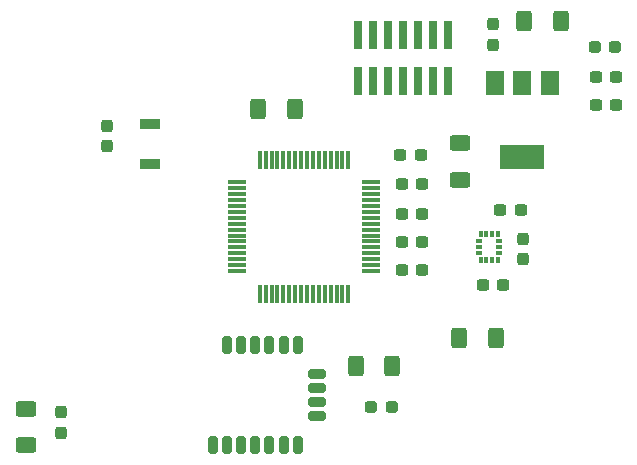
<source format=gbr>
%TF.GenerationSoftware,KiCad,Pcbnew,(7.0.0)*%
%TF.CreationDate,2023-10-25T22:20:09+02:00*%
%TF.ProjectId,ProjetA,50726f6a-6574-4412-9e6b-696361645f70,rev?*%
%TF.SameCoordinates,Original*%
%TF.FileFunction,Paste,Top*%
%TF.FilePolarity,Positive*%
%FSLAX46Y46*%
G04 Gerber Fmt 4.6, Leading zero omitted, Abs format (unit mm)*
G04 Created by KiCad (PCBNEW (7.0.0)) date 2023-10-25 22:20:09*
%MOMM*%
%LPD*%
G01*
G04 APERTURE LIST*
G04 Aperture macros list*
%AMRoundRect*
0 Rectangle with rounded corners*
0 $1 Rounding radius*
0 $2 $3 $4 $5 $6 $7 $8 $9 X,Y pos of 4 corners*
0 Add a 4 corners polygon primitive as box body*
4,1,4,$2,$3,$4,$5,$6,$7,$8,$9,$2,$3,0*
0 Add four circle primitives for the rounded corners*
1,1,$1+$1,$2,$3*
1,1,$1+$1,$4,$5*
1,1,$1+$1,$6,$7*
1,1,$1+$1,$8,$9*
0 Add four rect primitives between the rounded corners*
20,1,$1+$1,$2,$3,$4,$5,0*
20,1,$1+$1,$4,$5,$6,$7,0*
20,1,$1+$1,$6,$7,$8,$9,0*
20,1,$1+$1,$8,$9,$2,$3,0*%
G04 Aperture macros list end*
%ADD10RoundRect,0.250000X0.400000X0.625000X-0.400000X0.625000X-0.400000X-0.625000X0.400000X-0.625000X0*%
%ADD11RoundRect,0.237500X-0.237500X0.300000X-0.237500X-0.300000X0.237500X-0.300000X0.237500X0.300000X0*%
%ADD12RoundRect,0.237500X-0.237500X0.287500X-0.237500X-0.287500X0.237500X-0.287500X0.237500X0.287500X0*%
%ADD13RoundRect,0.237500X-0.300000X-0.237500X0.300000X-0.237500X0.300000X0.237500X-0.300000X0.237500X0*%
%ADD14RoundRect,0.237500X-0.287500X-0.237500X0.287500X-0.237500X0.287500X0.237500X-0.287500X0.237500X0*%
%ADD15RoundRect,0.237500X0.300000X0.237500X-0.300000X0.237500X-0.300000X-0.237500X0.300000X-0.237500X0*%
%ADD16RoundRect,0.237500X0.237500X-0.300000X0.237500X0.300000X-0.237500X0.300000X-0.237500X-0.300000X0*%
%ADD17RoundRect,0.075000X-0.700000X-0.075000X0.700000X-0.075000X0.700000X0.075000X-0.700000X0.075000X0*%
%ADD18RoundRect,0.075000X-0.075000X-0.700000X0.075000X-0.700000X0.075000X0.700000X-0.075000X0.700000X0*%
%ADD19RoundRect,0.087500X0.087500X-0.200000X0.087500X0.200000X-0.087500X0.200000X-0.087500X-0.200000X0*%
%ADD20RoundRect,0.087500X0.200000X-0.087500X0.200000X0.087500X-0.200000X0.087500X-0.200000X-0.087500X0*%
%ADD21R,0.740000X2.400000*%
%ADD22RoundRect,0.200000X0.200000X0.550000X-0.200000X0.550000X-0.200000X-0.550000X0.200000X-0.550000X0*%
%ADD23RoundRect,0.200000X0.550000X-0.200000X0.550000X0.200000X-0.550000X0.200000X-0.550000X-0.200000X0*%
%ADD24RoundRect,0.237500X0.287500X0.237500X-0.287500X0.237500X-0.287500X-0.237500X0.287500X-0.237500X0*%
%ADD25RoundRect,0.250000X-0.625000X0.400000X-0.625000X-0.400000X0.625000X-0.400000X0.625000X0.400000X0*%
%ADD26R,1.700000X0.900000*%
%ADD27R,1.500000X2.000000*%
%ADD28R,3.800000X2.000000*%
G04 APERTURE END LIST*
D10*
%TO.C,R1*%
X137325000Y-57300000D03*
X134225000Y-57300000D03*
%TD*%
D11*
%TO.C,C3*%
X98900000Y-66137500D03*
X98900000Y-67862500D03*
%TD*%
D10*
%TO.C,R6*%
X123050000Y-86500000D03*
X119950000Y-86500000D03*
%TD*%
D12*
%TO.C,D2*%
X95000000Y-90400000D03*
X95000000Y-92150000D03*
%TD*%
D13*
%TO.C,C9*%
X123737500Y-68600000D03*
X125462500Y-68600000D03*
%TD*%
D14*
%TO.C,D1*%
X140200000Y-59512500D03*
X141950000Y-59512500D03*
%TD*%
D13*
%TO.C,C11*%
X132200000Y-73300000D03*
X133925000Y-73300000D03*
%TD*%
D15*
%TO.C,C8*%
X125600000Y-71100000D03*
X123875000Y-71100000D03*
%TD*%
D16*
%TO.C,C12*%
X134125000Y-77425000D03*
X134125000Y-75700000D03*
%TD*%
D13*
%TO.C,C10*%
X130725000Y-79600000D03*
X132450000Y-79600000D03*
%TD*%
D11*
%TO.C,C1*%
X131575000Y-57575000D03*
X131575000Y-59300000D03*
%TD*%
D13*
%TO.C,C2*%
X140275000Y-62000000D03*
X142000000Y-62000000D03*
%TD*%
D15*
%TO.C,C4*%
X142000000Y-64400000D03*
X140275000Y-64400000D03*
%TD*%
D17*
%TO.C,U2*%
X109905000Y-70950000D03*
X109905000Y-71450000D03*
X109905000Y-71950000D03*
X109905000Y-72450000D03*
X109905000Y-72950000D03*
X109905000Y-73450000D03*
X109905000Y-73950000D03*
X109905000Y-74450000D03*
X109905000Y-74950000D03*
X109905000Y-75450000D03*
X109905000Y-75950000D03*
X109905000Y-76450000D03*
X109905000Y-76950000D03*
X109905000Y-77450000D03*
X109905000Y-77950000D03*
X109905000Y-78450000D03*
D18*
X111830000Y-80375000D03*
X112330000Y-80375000D03*
X112830000Y-80375000D03*
X113330000Y-80375000D03*
X113830000Y-80375000D03*
X114330000Y-80375000D03*
X114830000Y-80375000D03*
X115330000Y-80375000D03*
X115830000Y-80375000D03*
X116330000Y-80375000D03*
X116830000Y-80375000D03*
X117330000Y-80375000D03*
X117830000Y-80375000D03*
X118330000Y-80375000D03*
X118830000Y-80375000D03*
X119330000Y-80375000D03*
D17*
X121255000Y-78450000D03*
X121255000Y-77950000D03*
X121255000Y-77450000D03*
X121255000Y-76950000D03*
X121255000Y-76450000D03*
X121255000Y-75950000D03*
X121255000Y-75450000D03*
X121255000Y-74950000D03*
X121255000Y-74450000D03*
X121255000Y-73950000D03*
X121255000Y-73450000D03*
X121255000Y-72950000D03*
X121255000Y-72450000D03*
X121255000Y-71950000D03*
X121255000Y-71450000D03*
X121255000Y-70950000D03*
D18*
X119330000Y-69025000D03*
X118830000Y-69025000D03*
X118330000Y-69025000D03*
X117830000Y-69025000D03*
X117330000Y-69025000D03*
X116830000Y-69025000D03*
X116330000Y-69025000D03*
X115830000Y-69025000D03*
X115330000Y-69025000D03*
X114830000Y-69025000D03*
X114330000Y-69025000D03*
X113830000Y-69025000D03*
X113330000Y-69025000D03*
X112830000Y-69025000D03*
X112330000Y-69025000D03*
X111830000Y-69025000D03*
%TD*%
D19*
%TO.C,U4*%
X130525000Y-77500000D03*
X131025000Y-77500000D03*
X131525000Y-77500000D03*
X132025000Y-77500000D03*
D20*
X132125000Y-76900000D03*
X132125000Y-76400000D03*
X132125000Y-75900000D03*
D19*
X132025000Y-75300000D03*
X131525000Y-75300000D03*
X131025000Y-75300000D03*
X130525000Y-75300000D03*
D20*
X130425000Y-75900000D03*
X130425000Y-76400000D03*
X130425000Y-76900000D03*
%TD*%
D21*
%TO.C,J5*%
X127809999Y-58499999D03*
X127809999Y-62399999D03*
X126539999Y-58499999D03*
X126539999Y-62399999D03*
X125269999Y-58499999D03*
X125269999Y-62399999D03*
X123999999Y-58499999D03*
X123999999Y-62399999D03*
X122729999Y-58499999D03*
X122729999Y-62399999D03*
X121459999Y-58499999D03*
X121459999Y-62399999D03*
X120189999Y-58499999D03*
X120189999Y-62399999D03*
%TD*%
D10*
%TO.C,R2*%
X114800000Y-64700000D03*
X111700000Y-64700000D03*
%TD*%
D22*
%TO.C,U3*%
X107850000Y-93187500D03*
X109050000Y-93187500D03*
X110250000Y-93187500D03*
X111450000Y-93187500D03*
X112650000Y-93187500D03*
X113850000Y-93187500D03*
X115050000Y-93187500D03*
D23*
X116650000Y-90737500D03*
X116650000Y-89537500D03*
X116650000Y-88337500D03*
X116650000Y-87137500D03*
D22*
X115050000Y-84687500D03*
X113850000Y-84687500D03*
X112650000Y-84687500D03*
X111450000Y-84687500D03*
X110250000Y-84687500D03*
X109050000Y-84687500D03*
%TD*%
D24*
%TO.C,D3*%
X123000000Y-90000000D03*
X121250000Y-90000000D03*
%TD*%
D25*
%TO.C,R3*%
X92000000Y-90100000D03*
X92000000Y-93200000D03*
%TD*%
D10*
%TO.C,R5*%
X131800000Y-84100000D03*
X128700000Y-84100000D03*
%TD*%
D15*
%TO.C,C7*%
X125600000Y-73600000D03*
X123875000Y-73600000D03*
%TD*%
%TO.C,C6*%
X125600000Y-76000000D03*
X123875000Y-76000000D03*
%TD*%
D25*
%TO.C,R4*%
X128800000Y-67650000D03*
X128800000Y-70750000D03*
%TD*%
D26*
%TO.C,SW1*%
X102499999Y-69399999D03*
X102499999Y-65999999D03*
%TD*%
D27*
%TO.C,U1*%
X136374999Y-62499999D03*
X134074999Y-62499999D03*
D28*
X134074999Y-68799999D03*
D27*
X131774999Y-62499999D03*
%TD*%
D15*
%TO.C,C5*%
X125600000Y-78400000D03*
X123875000Y-78400000D03*
%TD*%
M02*

</source>
